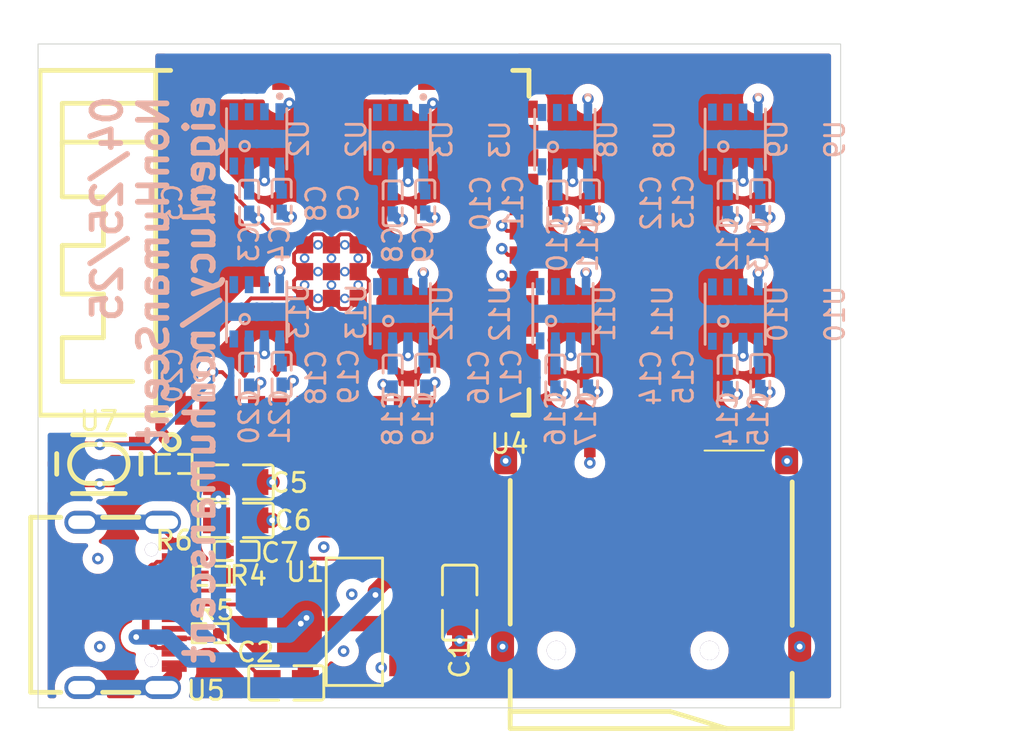
<source format=kicad_pcb>
(kicad_pcb (version 20241229) (generator "pcbnew") (generator_version "9.0")
  (layers (0 "F.Cu" signal) (2 "B.Cu" signal) (13 "F.Paste" user) (15 "B.Paste" user) (5 "F.SilkS" user "F.Silkscreen") (7 "B.SilkS" user "B.Silkscreen") (1 "F.Mask" user) (3 "B.Mask" user) (25 "Edge.Cuts" user))
  (net 0 "")
  (net 1 "io18")
  (net 2 "io40")
  (net 3 "io45")
  (net 4 "io37")
  (net 5 "CC2")
  (net 6 "io7")
  (net 7 "io16")
  (net 8 "io4")
  (net 9 "io36")
  (net 10 "io1")
  (net 11 "B8")
  (net 12 "io46")
  (net 13 "io20")
  (net 14 "RXD0")
  (net 15 "line")
  (net 16 "io5")
  (net 17 "io17")
  (net 18 "io42")
  (net 19 "io2")
  (net 20 "TXD0")
  (net 21 "io47")
  (net 22 "io41")
  (net 23 "io8")
  (net 24 "io0")
  (net 25 "io6")
  (net 26 "io9")
  (net 27 "io39")
  (net 28 "io38")
  (net 29 "io3")
  (net 30 "SUB1")
  (net 31 "A5")
  (net 32 "hv-1")
  (net 33 "io15")
  (net 34 "io21")
  (net 35 "io48")
  (net 36 "io19")
  (net 37 "io14")
  (net 38 "io35")
  (net 39 "CD")
  (net 40 "DAT2_RSV_")
  (net 41 "CDDAT3_CS_")
  (net 42 "DAT1_RSV_")
  (net 43 "input")
  (net 44 "EN")
  (net 45 "noses[3]-CSB")
  (net 46 "noses[5]-CSB")
  (net 47 "noses[1]-CSB")
  (net 48 "SDO")
  (net 49 "gnd")
  (net 50 "noses[7]-CSB")
  (net 51 "SDI")
  (net 52 "hv")
  (net 53 "noses[4]-CSB")
  (net 54 "noses[6]-CSB")
  (net 55 "noses[2]-CSB")
  (net 56 "SCK")
  (net 57 "noses[0]-CSB")
  (footprint "lib:KEY-SMD_4P-L4.2-W3.2-P2.20-LS4.6" (layer "F.Cu") (at 73.25 82.25 0)
    (property "Reference" "U7" (hide yes))
    (property "Value" "")
  )
  (footprint "lib:SOT-223-3_L6.5-W3.4-P2.30-LS7.0-BR" (layer "F.Cu") (at 86.7 90.5 0)
    (property "Reference" "U1")
    (property "Value" "")
  )
  (footprint "atopile:R0402-56259e" (layer "F.Cu") (at 79.07 91.1 0)
    (property "Reference" "R5" (hide yes))
    (property "Value" "4.7kΩ ±1% 62.5mW" (hide yes))
  )
  (footprint "atopile:C0805-3b2e55" (layer "F.Cu") (at 92.1 89.5 -90)
    (property "Reference" "C1" (hide yes))
    (property "Value" "10µF ±10% 25V X5R" (hide yes))
  )
  (footprint "lib:WIRELM-SMD_ESP32-S3-WROOM-1" (layer "F.Cu") (at 86.57 70.7 90)
    (property "Reference" "U4")
    (property "Value" "")
  )
  (footprint "atopile:C0805-3b2e55" (layer "F.Cu") (at 83.04 93.7 180)
    (property "Reference" "C2")
    (property "Value" "10µF ±10% 25V X5R" (hide yes))
  )
  (footprint "lib:USB-C-SMD_KH-TYPE-C-16P" (layer "F.Cu") (at 74.77 89.62 -90)
    (property "Reference" "U5" (hide yes))
    (property "Value" "")
  )
  (footprint "lib:TF-SMD_TF-01A" (layer "F.Cu") (at 102.1 86.5225 0)
    (property "Reference" "U6" (hide yes))
    (property "Value" "")
  )
  (footprint "atopile:C0805-3b2e55" (layer "F.Cu") (at 80.4 85.2 0)
    (property "Reference" "C6")
    (property "Value" "10µF ±10% 25V X5R" (hide yes))
  )
  (footprint "atopile:R0402-56259e" (layer "F.Cu") (at 79.13 88.1 0)
    (property "Reference" "R4" (hide yes))
    (property "Value" "4.7kΩ ±1% 62.5mW" (hide yes))
  )
  (footprint "atopile:C0805-3b2e55" (layer "F.Cu") (at 80.4 83.2 0)
    (property "Reference" "C5")
    (property "Value" "10µF ±10% 25V X5R" (hide yes))
  )
  (footprint "atopile:R0402-56259e" (layer "F.Cu") (at 77.18 82.25 180)
    (property "Reference" "R6")
    (property "Value" "10kΩ ±1% 62.5mW")
  )
  (footprint "atopile:C0402-b3ef17" (layer "F.Cu") (at 80.45 86.8 0)
    (property "Reference" "C7" (hide yes))
    (property "Value" "100nF ±10% 16V X7R" (hide yes))
  )
  (footprint "atopile:LGA-8_L3.0-W3.0-P0.80_BME688-7465bb" (layer "B.Cu") (at 81.5 74.3 90)
    (property "Reference" "U13")
    (property "Value" "")
  )
  (footprint "atopile:LGA-8_L3.0-W3.0-P0.80_BME688-7465bb" (layer "B.Cu") (at 89 65.3 90)
    (property "Reference" "U3")
    (property "Value" "")
  )
  (footprint "atopile:C0402-b3ef17" (layer "B.Cu") (at 81.1 68.59 -90)
    (property "Reference" "C3")
    (property "Value" "100nF ±10% 16V X7R")
  )
  (footprint "atopile:C0402-b3ef17" (layer "B.Cu") (at 97.2 68.63 -90)
    (property "Reference" "C10")
    (property "Value" "100nF ±10% 16V X7R")
  )
  (footprint "atopile:LGA-8_L3.0-W3.0-P0.80_BME688-7465bb" (layer "B.Cu") (at 97.6 65.3 90)
    (property "Reference" "U8")
    (property "Value" "")
  )
  (footprint "atopile:C0402-b3ef17" (layer "B.Cu") (at 98.9 68.58 -90)
    (property "Reference" "C11")
    (property "Value" "100nF ±10% 16V X7R")
  )
  (footprint "atopile:C0402-b3ef17" (layer "B.Cu") (at 107.8 68.56 -90)
    (property "Reference" "C13")
    (property "Value" "100nF ±10% 16V X7R")
  )
  (footprint "atopile:C0402-b3ef17" (layer "B.Cu") (at 90.3 68.58 -90)
    (property "Reference" "C9")
    (property "Value" "100nF ±10% 16V X7R")
  )
  (footprint "atopile:C0402-b3ef17" (layer "B.Cu") (at 88.6 68.63 -90)
    (property "Reference" "C8")
    (property "Value" "100nF ±10% 16V X7R")
  )
  (footprint "atopile:LGA-8_L3.0-W3.0-P0.80_BME688-7465bb" (layer "B.Cu") (at 97.5 74.4 90)
    (property "Reference" "U11")
    (property "Value" "")
  )
  (footprint "atopile:C0402-b3ef17" (layer "B.Cu") (at 107.8 77.7 -90)
    (property "Reference" "C15")
    (property "Value" "100nF ±10% 16V X7R")
  )
  (footprint "atopile:C0402-b3ef17" (layer "B.Cu") (at 106.1 77.75 -90)
    (property "Reference" "C14")
    (property "Value" "100nF ±10% 16V X7R")
  )
  (footprint "atopile:C0402-b3ef17" (layer "B.Cu") (at 81.1 77.63 -90)
    (property "Reference" "C20")
    (property "Value" "100nF ±10% 16V X7R")
  )
  (footprint "atopile:C0402-b3ef17" (layer "B.Cu") (at 82.8 77.58 -90)
    (property "Reference" "C21")
    (property "Value" "100nF ±10% 16V X7R")
  )
  (footprint "atopile:C0402-b3ef17" (layer "B.Cu") (at 82.8 68.54 -90)
    (property "Reference" "C4")
    (property "Value" "100nF ±10% 16V X7R")
  )
  (footprint "atopile:C0402-b3ef17" (layer "B.Cu") (at 98.8 77.68 -90)
    (property "Reference" "C17")
    (property "Value" "100nF ±10% 16V X7R")
  )
  (footprint "atopile:C0402-b3ef17" (layer "B.Cu") (at 97.1 77.73 -90)
    (property "Reference" "C16")
    (property "Value" "100nF ±10% 16V X7R")
  )
  (footprint "atopile:LGA-8_L3.0-W3.0-P0.80_BME688-7465bb" (layer "B.Cu") (at 106.5 74.42 90)
    (property "Reference" "U10")
    (property "Value" "")
  )
  (footprint "atopile:C0402-b3ef17" (layer "B.Cu") (at 88.6 77.73 -90)
    (property "Reference" "C18")
    (property "Value" "100nF ±10% 16V X7R")
  )
  (footprint "atopile:LGA-8_L3.0-W3.0-P0.80_BME688-7465bb" (layer "B.Cu") (at 89 74.4 90)
    (property "Reference" "U12")
    (property "Value" "")
  )
  (footprint "atopile:LGA-8_L3.0-W3.0-P0.80_BME688-7465bb" (layer "B.Cu") (at 106.5 65.28 90)
    (property "Reference" "U9")
    (property "Value" "")
  )
  (footprint "atopile:C0402-b3ef17" (layer "B.Cu") (at 90.3 77.68 -90)
    (property "Reference" "C19")
    (property "Value" "100nF ±10% 16V X7R")
  )
  (footprint "atopile:C0402-b3ef17" (layer "B.Cu") (at 106.1 68.61 -90)
    (property "Reference" "C12")
    (property "Value" "100nF ±10% 16V X7R")
  )
  (footprint "atopile:LGA-8_L3.0-W3.0-P0.80_BME688-7465bb" (layer "B.Cu") (at 81.5 65.26 90)
    (property "Reference" "U2")
    (property "Value" "")
  )
  (via (at 73.3 91.8) (size 0.6) (drill 0.3) (layers "F.Cu" "B.Cu") (net 0))
  (via (at 73.3 83.3) (size 0.6) (drill 0.3) (layers "F.Cu" "B.Cu") (net 0))
  (via (at 98.9 82.2) (size 0.6) (drill 0.3) (layers "F.Cu" "B.Cu") (net 0))
  (via (at 73.2 87.2) (size 0.6) (drill 0.3) (layers "F.Cu" "B.Cu") (net 0))
  (via (at 94.5 82.0925) (size 0.6) (drill 0.3) (layers "F.Cu" "B.Cu") (net 0))
  (via (at 86.036397 92.036397) (size 0.6) (drill 0.3) (layers "F.Cu" "B.Cu") (net 0))
  (via (at 109.86 91.8025) (size 0.6) (drill 0.3) (layers "F.Cu" "B.Cu") (net 0))
  (via (at 94.34 91.8025) (size 0.6) (drill 0.3) (layers "F.Cu" "B.Cu") (net 0))
  (via (at 85 86.6) (size 0.6) (drill 0.3) (layers "F.Cu" "B.Cu") (net 0))
  (via (at 88 92.9) (size 0.6) (drill 0.3) (layers "F.Cu" "B.Cu") (net 0))
  (via (at 86.463603 89.063603) (size 0.6) (drill 0.3) (layers "F.Cu" "B.Cu") (net 0))
  (via (at 109.2 82.1) (size 0.6) (drill 0.3) (layers "F.Cu" "B.Cu") (net 0))
  (via (at 92.1 91.5) (size 0.6) (drill 0.3) (layers "F.Cu" "B.Cu") (net 0))
  (via (at 75.2 91.3) (size 0.6) (drill 0.3) (layers "F.Cu" "B.Cu") (net 32))
  (via (at 87.7 89.1) (size 0.6) (drill 0.3) (layers "F.Cu" "B.Cu") (net 32))
  (via (at 79.2 77.45) (size 0.6) (drill 0.3) (layers "F.Cu" "B.Cu") (net 43))
  (via (at 73.3 81.23) (size 0.6) (drill 0.3) (layers "F.Cu" "B.Cu") (net 43))
  (via (at 94.3 69.8) (size 0.6) (drill 0.3) (layers "F.Cu" "B.Cu") (net 48))
  (via (at 90.2 72.28) (size 0.6) (drill 0.3) (layers "F.Cu" "B.Cu") (net 49))
  (via (at 108.3 78.5) (size 0.6) (drill 0.3) (layers "F.Cu" "B.Cu") (net 49))
  (via (at 83.3 69.34) (size 0.6) (drill 0.3) (layers "F.Cu" "B.Cu") (net 49))
  (via (at 82.7 72.18) (size 0.6) (drill 0.3) (layers "F.Cu" "B.Cu") (net 49))
  (via (at 89.4 67.48) (size 0.6) (drill 0.3) (layers "F.Cu" "B.Cu") (net 49))
  (via (at 97.6 78.58) (size 0.6) (drill 0.3) (layers "F.Cu" "B.Cu") (net 49))
  (via (at 90.8 69.38) (size 0.6) (drill 0.3) (layers "F.Cu" "B.Cu") (net 49))
  (via (at 81.9 67.44) (size 0.6) (drill 0.3) (layers "F.Cu" "B.Cu") (net 49))
  (via (at 83.2 63.4) (size 0.6) (drill 0.3) (layers "F.Cu" "B.Cu") (net 49))
  (via (at 99.4 69.38) (size 0.6) (drill 0.3) (layers "F.Cu" "B.Cu") (net 49))
  (via (at 108.3 69.36) (size 0.6) (drill 0.3) (layers "F.Cu" "B.Cu") (net 49))
  (via (at 98.8 63.18) (size 0.6) (drill 0.3) (layers "F.Cu" "B.Cu") (net 49))
  (via (at 89.1 69.48) (size 0.6) (drill 0.3) (layers "F.Cu" "B.Cu") (net 49))
  (via (at 81.9 76.48) (size 0.6) (drill 0.3) (layers "F.Cu" "B.Cu") (net 49))
  (via (at 98 67.48) (size 0.6) (drill 0.3) (layers "F.Cu" "B.Cu") (net 49))
  (via (at 97.9 76.58) (size 0.6) (drill 0.3) (layers "F.Cu" "B.Cu") (net 49))
  (via (at 90.7 63.4) (size 0.6) (drill 0.3) (layers "F.Cu" "B.Cu") (net 49))
  (via (at 82.3 83.2) (size 0.6) (drill 0.3) (layers "F.Cu" "B.Cu") (net 49))
  (via (at 88.1 78.1) (size 0.6) (drill 0.3) (layers "F.Cu" "B.Cu") (net 49))
  (via (at 107.7 63.16) (size 0.6) (drill 0.3) (layers "F.Cu" "B.Cu") (net 49))
  (via (at 97.7 69.48) (size 0.6) (drill 0.3) (layers "F.Cu" "B.Cu") (net 49))
  (via (at 82.3 85.2) (size 0.6) (drill 0.3) (layers "F.Cu" "B.Cu") (net 49))
  (via (at 106.6 69.46) (size 0.6) (drill 0.3) (layers "F.Cu" "B.Cu") (net 49))
  (via (at 83.4 77.9) (size 0.6) (drill 0.3) (layers "F.Cu" "B.Cu") (net 49))
  (via (at 90.8 78) (size 0.6) (drill 0.3) (layers "F.Cu" "B.Cu") (net 49))
  (via (at 107.7 72.3) (size 0.6) (drill 0.3) (layers "F.Cu" "B.Cu") (net 49))
  (via (at 98.7 72.28) (size 0.6) (drill 0.3) (layers "F.Cu" "B.Cu") (net 49))
  (via (at 106.9 76.6) (size 0.6) (drill 0.3) (layers "F.Cu" "B.Cu") (net 49))
  (via (at 106.6 78.6) (size 0.6) (drill 0.3) (layers "F.Cu" "B.Cu") (net 49))
  (via (at 99.3 78.48) (size 0.6) (drill 0.3) (layers "F.Cu" "B.Cu") (net 49))
  (via (at 106.9 67.46) (size 0.6) (drill 0.3) (layers "F.Cu" "B.Cu") (net 49))
  (via (at 81.6 69.44) (size 0.6) (drill 0.3) (layers "F.Cu" "B.Cu") (net 49))
  (via (at 89.4 76.58) (size 0.6) (drill 0.3) (layers "F.Cu" "B.Cu") (net 49))
  (via (at 81.7 78) (size 0.6) (drill 0.3) (layers "F.Cu" "B.Cu") (net 49))
  (via (at 94.3 72.4) (size 0.6) (drill 0.3) (layers "F.Cu" "B.Cu") (net 51))
  (via (at 84.1 90.3) (size 0.6) (drill 0.3) (layers "F.Cu" "B.Cu") (net 52))
  (via (at 79.5 84.05) (size 0.6) (drill 0.3) (layers "F.Cu" "B.Cu") (net 52))
  (via (at 79.5 84.45) (size 0.6) (drill 0.3) (layers "F.Cu" "B.Cu") (net 52))
  (via (at 83.8 90.6) (size 0.6) (drill 0.3) (layers "F.Cu" "B.Cu") (net 52))
  (via (at 94.3 71) (size 0.6) (drill 0.3) (layers "F.Cu" "B.Cu") (net 56))
  (zone (net 0) (net_name "") (layers "F.Cu" "B.Cu") (priority 1) (connect_pads (clearance 0.5)) (min_thickness 0.25) (fill yes (thermal_gap 0.5) (thermal_bridge_width 0.5))
    (polygon (pts (xy 121.6 58) (xy 68.2 58) (xy 68.2 96.8) (xy 121.6 96.8)))
  )
  (zone (net 0) (net_name "") (layers "F.Cu" "B.Cu") (connect_pads (clearance 0)) (min_thickness 0.25) (fill (thermal_gap 0.5) (thermal_bridge_width 0.5))
    (keepout (tracks not_allowed) (vias not_allowed) (pads not_allowed) (copperpour not_allowed) (footprints allowed))
    (polygon (pts (xy 76.2 60.3) (xy 70.178445 60.3) (xy 70.201028 80.625491) (xy 76.2 80.595496)))
  )
  (segment (start 77.19 91.37) (end 78.37 91.37) (width 0.2) (net 5) (layer "F.Cu"))
  (segment (start 78.37 91.37) (end 78.64 91.1) (width 0.2) (net 5) (layer "F.Cu"))
  (segment (start 83.55 87.2) (end 87.279769 87.2) (width 0.2) (net 13) (layer "F.Cu"))
  (segment (start 78.141 89.6) (end 78.141 90.321) (width 0.2) (net 13) (layer "F.Cu"))
  (segment (start 78.141 90.321) (end 78.092 90.37) (width 0.2) (net 13) (layer "F.Cu"))
  (segment (start 78.092 89.37) (end 78.141 89.419) (width 0.2) (net 13) (layer "F.Cu"))
  (segment (start 78.141 89.6) (end 81.15 89.6) (width 0.2) (net 13) (layer "F.Cu"))
  (segment (start 78.092 90.37) (end 77.19 90.37) (width 0.2) (net 13) (layer "F.Cu"))
  (segment (start 77.19 89.37) (end 78.092 89.37) (width 0.2) (net 13) (layer "F.Cu"))
  (segment (start 94.19 80.289769) (end 94.19 79.45) (width 0.2) (net 13) (layer "F.Cu"))
  (segment (start 78.141 89.419) (end 78.141 89.6) (width 0.2) (net 13) (layer "F.Cu"))
  (segment (start 87.279769 87.2) (end 94.19 80.289769) (width 0.2) (net 13) (layer "F.Cu"))
  (segment (start 81.15 89.6) (end 83.55 87.2) (width 0.2) (net 13) (layer "F.Cu"))
  (segment (start 84.03 79.982) (end 84.03 79.45) (width 0.2) (net 25) (layer "F.Cu"))
  (segment (start 78.7 88.1) (end 78.43 88.37) (width 0.2) (net 31) (layer "F.Cu"))
  (segment (start 78.43 88.37) (end 77.19 88.37) (width 0.2) (net 31) (layer "F.Cu"))
  (segment (start 77.19 87.37) (end 76.288 87.37) (width 0.2) (net 32) (layer "F.Cu"))
  (segment (start 75.7 87.958) (end 75.7 91.282) (width 0.4) (net 32) (layer "F.Cu"))
  (segment (start 87.7 88.9) (end 88.3 88.3) (width 0.8) (net 32) (layer "F.Cu"))
  (segment (start 89.74 88.3) (end 92 88.3) (width 0.8) (net 32) (layer "F.Cu"))
  (segment (start 76.288 91.87) (end 77.18 91.87) (width 0.2) (net 32) (layer "F.Cu"))
  (segment (start 76.05 87.608) (end 75.7 87.958) (width 0.4) (net 32) (layer "F.Cu"))
  (segment (start 75.218 91.282) (end 75.2 91.3) (width 0.4) (net 32) (layer "F.Cu"))
  (segment (start 92 88.3) (end 92.3 88.6) (width 0.8) (net 32) (layer "F.Cu"))
  (segment (start 87.7 89.1) (end 87.7 88.9) (width 0.8) (net 32) (layer "F.Cu"))
  (segment (start 75.7 91.282) (end 76.05 91.632) (width 0.4) (net 32) (layer "F.Cu"))
  (segment (start 77.19 87.07) (end 77.32 87.2) (width 0.2) (net 32) (layer "F.Cu"))
  (segment (start 75.7 91.282) (end 75.218 91.282) (width 0.4) (net 32) (layer "F.Cu"))
  (segment (start 76.05 91.632) (end 76.288 91.87) (width 0.2) (net 32) (layer "F.Cu"))
  (segment (start 76.288 87.37) (end 76.05 87.608) (width 0.2) (net 32) (layer "F.Cu"))
  (segment (start 88.3 88.3) (end 89.74 88.3) (width 0.8) (net 32) (layer "F.Cu"))
  (segment (start 84.3 92.5) (end 78 92.5) (width 0.8) (net 32) (layer "B.Cu"))
  (segment (start 78 92.5) (end 76.8 91.3) (width 0.8) (net 32) (layer "B.Cu"))
  (segment (start 76.8 91.3) (end 75.2 91.3) (width 0.8) (net 32) (layer "B.Cu"))
  (segment (start 87.7 89.1) (end 84.3 92.5) (width 0.8) (net 32) (layer "B.Cu"))
  (segment (start 76.239 89.821) (end 76.239 89.001) (width 0.2) (net 36) (layer "F.Cu"))
  (segment (start 92.9 79.9) (end 92.9 79.47) (width 0.2) (net 36) (layer "F.Cu"))
  (segment (start 76.37 88.87) (end 77.19 88.87) (width 0.2) (net 36) (layer "F.Cu"))
  (segment (start 81.03 88.87) (end 83.9 86) (width 0.2) (net 36) (layer "F.Cu"))
  (segment (start 83.9 86) (end 86.8 86) (width 0.2) (net 36) (layer "F.Cu"))
  (segment (start 77.19 89.87) (end 76.288 89.87) (width 0.2) (net 36) (layer "F.Cu"))
  (segment (start 77.19 88.87) (end 81.03 88.87) (width 0.2) (net 36) (layer "F.Cu"))
  (segment (start 86.8 86) (end 92.9 79.9) (width 0.2) (net 36) (layer "F.Cu"))
  (segment (start 76.288 89.87) (end 76.239 89.821) (width 0.2) (net 36) (layer "F.Cu"))
  (segment (start 76.239 89.001) (end 76.37 88.87) (width 0.2) (net 36) (layer "F.Cu"))
  (segment (start 92.9 79.47) (end 92.92 79.45) (width 0.2) (net 36) (layer "F.Cu"))
  (segment (start 79.69 77.45) (end 80.22 77.98) (width 0.2) (net 43) (layer "F.Cu"))
  (segment (start 73.3 81.23) (end 73.35 81.18) (width 0.2) (net 43) (layer "F.Cu"))
  (segment (start 79.2 77.45) (end 79.69 77.45) (width 0.2) (net 43) (layer "F.Cu"))
  (segment (start 75.35 81.18) (end 71.15 81.18) (width 0.2) (net 43) (layer "F.Cu"))
  (segment (start 75.68 81.18) (end 76.75 82.25) (width 0.2) (net 43) (layer "F.Cu"))
  (segment (start 75.63 81.23) (end 75.3 81.23) (width 0.2) (net 43) (layer "F.Cu"))
  (segment (start 73.35 81.18) (end 75.35 81.18) (width 0.2) (net 43) (layer "F.Cu"))
  (segment (start 73.25 81.28) (end 73.3 81.23) (width 0.2) (net 43) (layer "F.Cu"))
  (segment (start 80.22 77.98) (end 80.22 79.45) (width 0.2) (net 43) (layer "F.Cu"))
  (segment (start 75.35 81.18) (end 75.68 81.18) (width 0.2) (net 43) (layer "F.Cu"))
  (segment (start 79.2 77.45) (end 79.2 77.9) (width 0.2) (net 43) (layer "B.Cu"))
  (segment (start 75.87 81.23) (end 73.3 81.23) (width 0.2) (net 43) (layer "B.Cu"))
  (segment (start 79.2 77.9) (end 75.87 81.23) (width 0.2) (net 43) (layer "B.Cu"))
  (segment (start 94.57 70.07) (end 95.46 70.07) (width 0.2) (net 48) (layer "F.Cu"))
  (segment (start 94.3 69.8) (end 94.57 70.07) (width 0.2) (net 48) (layer "F.Cu"))
  (segment (start 85.4 73.6) (end 85.4 73.679232) (width 0.2) (net 49) (layer "F.Cu"))
  (segment (start 81 87.7) (end 81 87.87) (width 0.8) (net 49) (layer "F.Cu"))
  (segment (start 84 72.2) (end 83.920768 72.2) (width 0.2) (net 49) (layer "F.Cu"))
  (segment (start 86.8 73.6) (end 86.8 73.679232) (width 0.2) (net 49) (layer "F.Cu"))
  (segment (start 91.1 92.9) (end 92.1 91.9) (width 0.8) (net 49) (layer "F.Cu"))
  (segment (start 85.4 73.679232) (end 84.928232 74.151) (width 0.2) (net 49) (layer "F.Cu"))
  (segment (start 87.351 71.271768) (end 87.351 71.728232) (width 0.2) (net 49) (layer "F.Cu"))
  (segment (start 84.928232 70.249) (end 85.4 70.720768) (width 0.2) (net 49) (layer "F.Cu"))
  (segment (start 87.351 73.128232) (end 86.879232 73.6) (width 0.2) (net 49) (layer "F.Cu"))
  (segment (start 83.449 72.671768) (end 83.920768 72.2) (width 0.2) (net 49) (layer "F.Cu"))
  (segment (start 84 70.8) (end 84 70.720768) (width 0.2) (net 49) (layer "F.Cu"))
  (segment (start 77.68 65.58) (end 77.68 61.95) (width 0.2) (net 49) (layer "F.Cu"))
  (segment (start 81.4 83.2) (end 82.3 83.2) (width 0.8) (net 49) (layer "F.Cu"))
  (segment (start 85.4 70.8) (end 85.4 70.720768) (width 0.2) (net 49) (layer "F.Cu"))
  (segment (start 79.5 91.19) (end 79.5 91.1) (width 0.2) (net 49) (layer "F.Cu"))
  (segment (start 86.8 70.8) (end 86.879232 70.8) (width 0.2) (net 49) (layer "F.Cu"))
  (segment (start 83.449 71.271768) (end 83.920768 70.8) (width 0.2) (net 49) (layer "F.Cu"))
  (segment (start 85.4 70.720768) (end 85.871768 70.249) (width 0.2) (net 49) (layer "F.Cu"))
  (segment (start 83.920768 73.6) (end 83.449 73.128232) (width 0.2) (net 49) (layer "F.Cu"))
  (segment (start 86.328232 70.249) (end 86.8 70.720768) (width 0.2) (net 49) (layer "F.Cu"))
  (segment (start 83.449 71.728232) (end 83.449 71.271768) (width 0.2) (net 49) (layer "F.Cu"))
  (segment (start 84 73.6) (end 83.920768 73.6) (width 0.2) (net 49) (layer "F.Cu"))
  (segment (start 83.449 73.128232) (end 83.449 72.671768) (width 0.2) (net 49) (layer "F.Cu"))
  (segment (start 77.19 92.97) (end 77.19 93.29) (width 0.8) (net 49) (layer "F.Cu"))
  (segment (start 87.351 71.728232) (end 86.879232 72.2) (width 0.2) (net 49) (layer "F.Cu"))
  (segment (start 84 70.720768) (end 84.471768 70.249) (width 0.2) (net 49) (layer "F.Cu"))
  (segment (start 86.879232 70.8) (end 87.351 71.271768) (width 0.2) (net 49) (layer "F.Cu"))
  (segment (start 76.54 85.3) (end 76.54 85.62) (width 0.2) (net 49) (layer "F.Cu"))
  (segment (start 87.351 72.671768) (end 87.351 73.128232) (width 0.2) (net 49) (layer "F.Cu"))
  (segment (start 84.928232 74.151) (end 84.471768 74.151) (width 0.2) (net 49) (layer "F.Cu"))
  (segment (start 98.9 81.2425) (end 98.9 82.2) (width 0.4) (net 49) (layer "F.Cu"))
  (segment (start 82.04 93.7) (end 82.01 93.7) (width 0.2) (net 49) (layer "F.Cu"))
  (segment (start 77.68 77.12) (end 81.2 73.6) (width 0.2) (net 49) (layer "F.Cu"))
  (segment (start 89.74 92.9) (end 91.1 92.9) (width 0.8) (net 49) (layer "F.Cu"))
  (segment (start 85.871768 70.249) (end 86.328232 70.249) (width 0.2) (net 49) (layer "F.Cu"))
  (segment (start 81.2 73.6) (end 84 73.6) (width 0.2) (net 49) (layer "F.Cu"))
  (segment (start 76.54 85.62) (end 77.19 86.27) (width 0.2) (net 49) (layer "F.Cu"))
  (segment (start 84.471768 70.249) (end 84.928232 70.249) (width 0.2) (net 49) (layer "F.Cu"))
  (segment (start 84.471768 74.151) (end 84 73.679232) (width 0.2) (net 49) (layer "F.Cu"))
  (segment (start 84 73.679232) (end 84 73.6) (width 0.2) (net 49) (layer "F.Cu"))
  (segment (start 71.1 83.37) (end 75.3 83.37) (width 0.2) (net 49) (layer "F.Cu"))
  (segment (start 86.8 73.679232) (end 86.328232 74.151) (width 0.2) (net 49) (layer "F.Cu"))
  (segment (start 86.8 72.2) (end 86.879232 72.2) (width 0.2) (net 49) (layer "F.Cu"))
  (segment (start 84 70.8) (end 82.9 70.8) (width 0.2) (net 49) (layer "F.Cu"))
  (segment (start 86.8 70.720768) (end 86.8 70.8) (width 0.2) (net 49) (layer "F.Cu"))
  (segment (start 92.1 91.9) (end 92.1 90.6) (width 0.8) (net 49) (layer "F.Cu"))
  (segment (start 83.920768 70.8) (end 84 70.8) (width 0.2) (net 49) (layer "F.Cu"))
  (segment (start 86.879232 73.6) (end 86.8 73.6) (width 0.2) (net 49) (layer "F.Cu"))
  (segment (start 85.871768 74.151) (end 85.4 73.679232) (width 0.2) (net 49) (layer "F.Cu"))
  (segment (start 81 86.8) (end 81 87.7) (width 0.8) (net 49) (layer "F.Cu"))
  (segment (start 82.01 93.7) (end 79.5 91.19) (width 0.2) (net 49) (layer "F.Cu"))
  (segment (start 81.4 85.2) (end 81.4 86.4) (width 0.8) (net 49) (layer "F.Cu"))
  (segment (start 77.68 79.45) (end 77.68 77.12) (width 0.2) (net 49) (layer "F.Cu"))
  (segment (start 86.328232 74.151) (end 85.871768 74.151) (width 0.2) (net 49) (layer "F.Cu"))
  (segment (start 80.77 88.1) (end 79.586 88.1) (width 0.8) (net 49) (layer "F.Cu"))
  (segment (start 83.920768 72.2) (end 83.449 71.728232) (width 0.2) (net 49) (layer "F.Cu"))
  (segment (start 82.9 70.8) (end 77.68 65.58) (width 0.2) (net 49) (layer "F.Cu"))
  (segment (start 81.4 86.4) (end 81 86.8) (width 0.8) (net 49) (layer "F.Cu"))
  (segment (start 81.4 85.2) (end 82.3 85.2) (width 0.8) (net 49) (layer "F.Cu"))
  (segment (start 81 87.87) (end 80.77 88.1) (width 0.8) (net 49) (layer "F.Cu"))
  (segment (start 86.879232 72.2) (end 87.351 72.671768) (width 0.2) (net 49) (layer "F.Cu"))
  (segment (start 77.19 93.29) (end 76.54 93.94) (width 0.8) (net 49) (layer "F.Cu"))
  (segment (start 108.3 78.5) (end 108.05 78.5) (width 0.508) (net 49) (layer "B.Cu"))
  (segment (start 89.4 75.82) (end 89.4 76.58) (width 0.508) (net 49) (layer "B.Cu"))
  (segment (start 83.05 69.34) (end 82.8 69.09) (width 0.508) (net 49) (layer "B.Cu"))
  (segment (start 81.9 75.72) (end 81.9 76.48) (width 0.508) (net 49) (layer "B.Cu"))
  (segment (start 89.4 66.72) (end 89.4 67.48) (width 0.508) (net 49) (layer "B.Cu"))
  (segment (start 81.6 69.44) (end 81.4 69.44) (width 0.508) (net 49) (layer "B.Cu"))
  (segment (start 97.6 78.58) (end 97.4 78.58) (width 0.508) (net 49) (layer "B.Cu"))
  (segment (start 107.7 72.3) (end 107.7 73) (width 0.4) (net 49) (layer "B.Cu"))
  (segment (start 97.4 78.58) (end 97.1 78.28) (width 0.508) (net 49) (layer "B.Cu"))
  (segment (start 81.7 78) (end 81.52 78.18) (width 0.508) (net 49) (layer "B.Cu"))
  (segment (start 97.7 69.48) (end 97.5 69.48) (width 0.508) (net 49) (layer "B.Cu"))
  (segment (start 99.15 69.38) (end 98.9 69.13) (width 0.508) (net 49) (layer "B.Cu"))
  (segment (start 97.9 75.82) (end 97.9 76.58) (width 0.508) (net 49) (layer "B.Cu"))
  (segment (start 106.9 75.84) (end 106.9 76.6) (width 0.508) (net 49) (layer "B.Cu"))
  (segment (start 98 66.72) (end 98 67.48) (width 0.508) (net 49) (layer "B.Cu"))
  (segment (start 88.1 78.1) (end 88.28 78.28) (width 0.508) (net 49) (layer "B.Cu"))
  (segment (start 98.8 63.18) (end 98.8 63.88) (width 0.4) (net 49) (layer "B.Cu"))
  (segment (start 90.8 78) (end 90.57 78.23) (width 0.508) (net 49) (layer "B.Cu"))
  (segment (start 99.3 78.48) (end 99.05 78.48) (width 0.508) (net 49) (layer "B.Cu"))
  (segment (start 82.7 72.18) (end 82.7 72.88) (width 0.4) (net 49) (layer "B.Cu"))
  (segment (start 90.57 78.23) (end 90.3 78.23) (width 0.508) (net 49) (layer "B.Cu"))
  (segment (start 106.9 66.7) (end 106.9 67.46) (width 0.508) (net 49) (layer "B.Cu"))
  (segment (start 90.8 69.38) (end 90.55 69.38) (width 0.508) (net 49) (layer "B.Cu"))
  (segment (start 106.6 78.6) (end 106.4 78.6) (width 0.508) (net 49) (layer "B.Cu"))
  (segment (start 97.5 69.48) (end 97.2 69.18) (width 0.508) (net 49) (layer "B.Cu"))
  (segment (start 90.7 63.4) (end 90.22 63.88) (width 0.4) (net 49) (layer "B.Cu"))
  (segment (start 83.2 63.4) (end 82.76 63.84) (width 0.4) (net 49) (layer "B.Cu"))
  (segment (start 76.54 93.94) (end 72.35 93.94) (width 0.8) (net 49) (layer "B.Cu"))
  (segment (start 81.9 66.68) (end 81.9 67.44) (width 0.508) (net 49) (layer "B.Cu"))
  (segment (start 81.4 69.44) (end 81.1 69.14) (width 0.508) (net 49) (layer "B.Cu"))
  (segment (start 88.9 69.48) (end 88.6 69.18) (width 0.508) (net 49) (layer "B.Cu"))
  (segment (start 106.6 69.46) (end 106.4 69.46) (width 0.508) (net 49) (layer "B.Cu"))
  (segment (start 108.3 69.36) (end 108.05 69.36) (width 0.508) (net 49) (layer "B.Cu"))
  (segment (start 99.05 78.48) (end 98.8 78.23) (width 0.508) (net 49) (layer "B.Cu"))
  (segment (start 90.2 72.28) (end 90.2 72.98) (width 0.4) (net 49) (layer "B.Cu"))
  (segment (start 90.22 63.88) (end 90.2 63.88) (width 0.4) (net 49) (layer "B.Cu"))
  (segment (start 98.7 72.28) (end 98.7 72.98) (width 0.4) (net 49) (layer "B.Cu"))
  (segment (start 81.52 78.18) (end 81.1 78.18) (width 0.508) (net 49) (layer "B.Cu"))
  (segment (start 88.28 78.28) (end 88.6 78.28) (width 0.508) (net 49) (layer "B.Cu"))
  (segment (start 106.4 69.46) (end 106.1 69.16) (width 0.508) (net 49) (layer "B.Cu"))
  (segment (start 107.7 63.16) (end 107.7 63.86) (width 0.4) (net 49) (layer "B.Cu"))
  (segment (start 83.17 78.13) (end 82.8 78.13) (width 0.508) (net 49) (layer "B.Cu"))
  (segment (start 90.55 69.38) (end 90.3 69.13) (width 0.508) (net 49) (layer "B.Cu"))
  (segment (start 99.4 69.38) (end 99.15 69.38) (width 0.508) (net 49) (layer "B.Cu"))
  (segment (start 89.1 69.48) (end 88.9 69.48) (width 0.508) (net 49) (layer "B.Cu"))
  (segment (start 83.3 69.34) (end 83.05 69.34) (width 0.508) (net 49) (layer "B.Cu"))
  (segment (start 106.4 78.6) (end 106.1 78.3) (width 0.508) (net 49) (layer "B.Cu"))
  (segment (start 83.4 77.9) (end 83.17 78.13) (width 0.508) (net 49) (layer "B.Cu"))
  (segment (start 76.54 85.3) (end 72.35 85.3) (width 0.8) (net 49) (layer "B.Cu"))
  (segment (start 108.05 69.36) (end 107.8 69.11) (width 0.508) (net 49) (layer "B.Cu"))
  (segment (start 108.05 78.5) (end 107.8 78.25) (width 0.508) (net 49) (layer "B.Cu"))
  (segment (start 82.76 63.84) (end 82.7 63.84) (width 0.4) (net 49) (layer "B.Cu"))
  (segment (start 94.61 72.61) (end 95.46 72.61) (width 0.2) (net 51) (layer "F.Cu"))
  (segment (start 94.4 72.4) (end 94.61 72.61) (width 0.2) (net 51) (layer "F.Cu"))
  (segment (start 94.3 72.4) (end 94.4 72.4) (width 0.2) (net 51) (layer "F.Cu"))
  (segment (start 79.5 84.45) (end 79.5 83.2) (width 0.8) (net 52) (layer "F.Cu"))
  (segment (start 79.8 81.5) (end 78.95 80.65) (width 0.8) (net 52) (layer "F.Cu"))
  (segment (start 83.8 90.6) (end 84.04 90.84) (width 0.8) (net 52) (layer "F.Cu"))
  (segment (start 79.5 85.1) (end 79.4 85.2) (width 0.8) (net 52) (layer "F.Cu"))
  (segment (start 77.5 82.3) (end 78.6 82.3) (width 0.2) (net 52) (layer "F.Cu"))
  (segment (start 84.04 90.84) (end 84.04 93.7) (width 0.8) (net 52) (layer "F.Cu"))
  (segment (start 79.5 84.45) (end 79.5 85.1) (width 0.8) (net 52) (layer "F.Cu"))
  (segment (start 79.9 86.8) (end 79.5 86.4) (width 0.8) (net 52) (layer "F.Cu"))
  (segment (start 79.8 81.8) (end 79.8 81.5) (width 0.8) (net 52) (layer "F.Cu"))
  (segment (start 79.5 82.1) (end 79.8 81.8) (width 0.8) (net 52) (layer "F.Cu"))
  (segment (start 78.6 82.3) (end 79.4 83.1) (width 0.2) (net 52) (layer "F.Cu"))
  (segment (start 79.5 83.2) (end 79.4 83.1) (width 0.8) (net 52) (layer "F.Cu"))
  (segment (start 83.8 90.6) (end 89.74 90.6) (width 0.8) (net 52) (layer "F.Cu"))
  (segment (start 79.5 84.45) (end 79.5 82.1) (width 0.8) (net 52) (layer "F.Cu"))
  (segment (start 79.5 85.3) (end 79.4 85.2) (width 0.8) (net 52) (layer "F.Cu"))
  (segment (start 79.5 86.4) (end 79.5 85.3) (width 0.8) (net 52) (layer "F.Cu"))
  (segment (start 78.95 80.65) (end 78.95 79.45) (width 0.8) (net 52) (layer "F.Cu"))
  (segment (start 79.5 90.2) (end 79.5 84.45) (width 0.8) (net 52) (layer "B.Cu"))
  (segment (start 98.7 77.03) (end 98.8 77.13) (width 0.508) (net 52) (layer "B.Cu"))
  (segment (start 81.1 75.72) (end 81.1 77.08) (width 0.508) (net 52) (layer "B.Cu"))
  (segment (start 90.2 67.93) (end 90.3 68.03) (width 0.508) (net 52) (layer "B.Cu"))
  (segment (start 83.2 91.2) (end 80.5 91.2) (width 0.8) (net 52) (layer "B.Cu"))
  (segment (start 107.7 75.84) (end 107.7 77.05) (width 0.508) (net 52) (layer "B.Cu"))
  (segment (start 84.1 90.3) (end 83.8 90.6) (width 0.8) (net 52) (layer "B.Cu"))
  (segment (start 79.5 84.45) (end 79.5 84.05) (width 0.8) (net 52) (layer "B.Cu"))
  (segment (start 106.1 75.84) (end 106.1 77.2) (width 0.508) (net 52) (layer "B.Cu"))
  (segment (start 107.7 66.7) (end 107.7 67.91) (width 0.508) (net 52) (layer "B.Cu"))
  (segment (start 88.6 66.72) (end 88.6 68.08) (width 0.508) (net 52) (layer "B.Cu"))
  (segment (start 83.8 90.6) (end 83.2 91.2) (width 0.8) (net 52) (layer "B.Cu"))
  (segment (start 88.6 75.82) (end 88.6 77.18) (width 0.508) (net 52) (layer "B.Cu"))
  (segment (start 80.5 91.2) (end 79.5 90.2) (width 0.8) (net 52) (layer "B.Cu"))
  (segment (start 90.2 66.72) (end 90.2 67.93) (width 0.508) (net 52) (layer "B.Cu"))
  (segment (start 98.8 66.72) (end 98.8 67.93) (width 0.508) (net 52) (layer "B.Cu"))
  (segment (start 82.7 67.89) (end 82.8 67.99) (width 0.508) (net 52) (layer "B.Cu"))
  (segment (start 82.7 75.72) (end 82.7 76.93) (width 0.508) (net 52) (layer "B.Cu"))
  (segment (start 107.7 67.91) (end 107.8 68.01) (width 0.508) (net 52) (layer "B.Cu"))
  (segment (start 107.7 77.05) (end 107.8 77.15) (width 0.508) (net 52) (layer "B.Cu"))
  (segment (start 97.1 75.82) (end 97.1 77.18) (width 0.508) (net 52) (layer "B.Cu"))
  (segment (start 90.2 75.82) (end 90.2 77.03) (width 0.508) (net 52) (layer "B.Cu"))
  (segment (start 81.1 66.68) (end 81.1 68.04) (width 0.508) (net 52) (layer "B.Cu"))
  (segment (start 82.7 76.93) (end 82.8 77.03) (width 0.508) (net 52) (layer "B.Cu"))
  (segment (start 106.1 66.7) (end 106.1 68.06) (width 0.508) (net 52) (layer "B.Cu"))
  (segment (start 90.2 77.03) (end 90.3 77.13) (width 0.508) (net 52) (layer "B.Cu"))
  (segment (start 98.8 67.93) (end 98.9 68.03) (width 0.508) (net 52) (layer "B.Cu"))
  (segment (start 82.7 66.68) (end 82.7 67.89) (width 0.508) (net 52) (layer "B.Cu"))
  (segment (start 97.2 66.72) (end 97.2 68.08) (width 0.508) (net 52) (layer "B.Cu"))
  (segment (start 98.7 75.82) (end 98.7 77.03) (width 0.508) (net 52) (layer "B.Cu"))
  (segment (start 94.63 71.33) (end 95.46 71.33) (width 0.2) (net 56) (layer "F.Cu"))
  (segment (start 94.3 71) (end 94.63 71.33) (width 0.2) (net 56) (layer "F.Cu"))
  (segment (start 94.3 71) (end 94.2 70.9) (width 0.2) (net 56) (layer "B.Cu"))
  (gr_rect (start 70.075 60.3) (end 112 95) (stroke (width 0.05)) (fill no) (layer "Edge.Cuts"))
  (gr_text "04/25/25\nNonHumanScent" (at 74.9 62.85 90) (layer "B.SilkS") (effects (font (size 1.5 1.5) (thickness 0.3)) (justify left mirror)))
  (gr_text "\n\neigenlucy/nonhumanscent\n" (at 79.4 62.79 90) (layer "B.SilkS") (effects (font (size 1.5 1.5) (thickness 0.3)) (justify left bottom mirror)))
)
</source>
